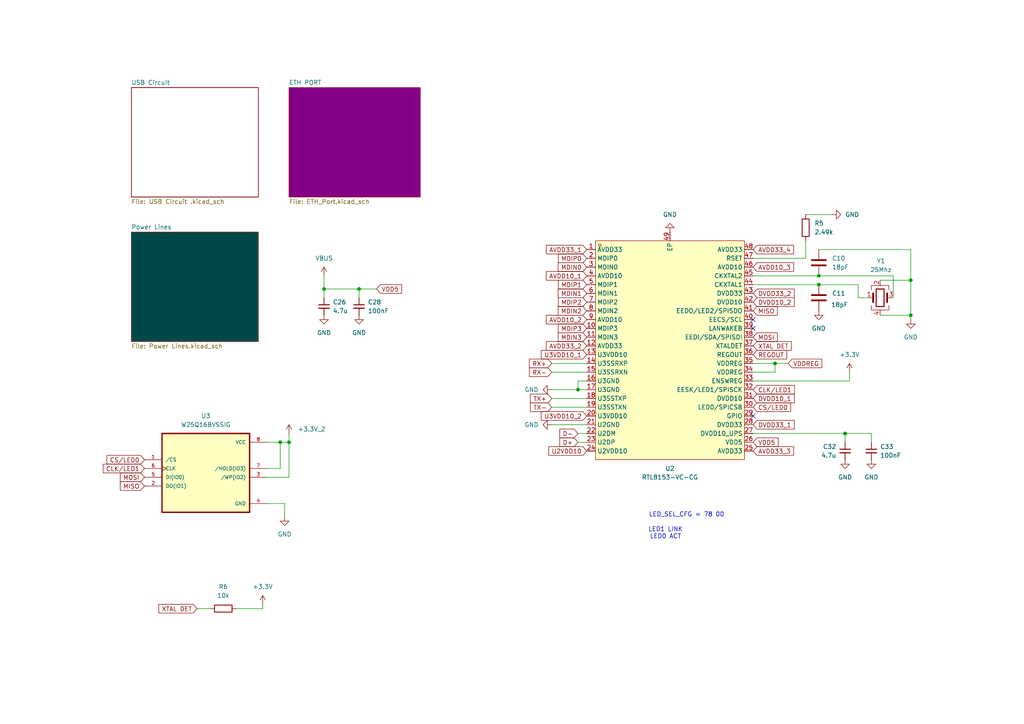
<source format=kicad_sch>
(kicad_sch (version 20250114) (generator "eeschema") (generator_version "9.0")
  (paper "A4")
  (lib_symbols
    (symbol "Device:C" (pin_numbers (hide yes)) (pin_names (offset 0.254))
      (property "Reference" "C" (at 0.635 2.54 0))
      (property "Value" "C" (at 0.635 -2.54 0))
      (symbol "C_0_1"
        (polyline (pts (xy -2.032 0.762) (xy 2.032 0.762)) (stroke (width 0.508)))
        (polyline (pts (xy -2.032 -0.762) (xy 2.032 -0.762)) (stroke (width 0.508)))
      )
      (symbol "C_1_1"
        (pin passive line (at 0 3.81 270) (length 2.794) (name "~") (number "1"))
        (pin passive line (at 0 -3.81 90) (length 2.794) (name "~") (number "2"))
      )
    )
    (symbol "Device:C_Small" (pin_numbers (hide yes)) (pin_names (offset 0.254) (hide yes))
      (property "Reference" "C" (at 0.254 1.778 0))
      (property "Value" "C_Small" (at 0.254 -2.032 0))
      (symbol "C_Small_0_1"
        (polyline (pts (xy -1.524 0.508) (xy 1.524 0.508)) (stroke (width 0.3048)))
        (polyline (pts (xy -1.524 -0.508) (xy 1.524 -0.508)) (stroke (width 0.3302)))
      )
      (symbol "C_Small_1_1"
        (pin passive line (at 0 2.54 270) (length 2.032) (name "~") (number "1"))
        (pin passive line (at 0 -2.54 90) (length 2.032) (name "~") (number "2"))
      )
    )
    (symbol "Device:Crystal_GND24" (pin_names (offset 1.016) (hide yes))
      (property "Reference" "Y" (at 3.175 5.08 0))
      (property "Value" "Crystal_GND24" (at 3.175 3.175 0))
      (symbol "Crystal_GND24_0_1"
        (polyline (pts (xy -2.54 2.286) (xy -2.54 3.556) (xy 2.54 3.556) (xy 2.54 2.286)))
        (polyline (pts (xy -2.54 0) (xy -2.032 0)))
        (polyline (pts (xy -2.54 -2.286) (xy -2.54 -3.556) (xy 2.54 -3.556) (xy 2.54 -2.286)))
        (polyline (pts (xy -2.032 -1.27) (xy -2.032 1.27)) (stroke (width 0.508)))
        (rectangle (start -1.143 2.54) (end 1.143 -2.54) (stroke (width 0.3048)))
        (polyline (pts (xy 0 3.556) (xy 0 3.81)))
        (polyline (pts (xy 0 -3.81) (xy 0 -3.556)))
        (polyline (pts (xy 2.032 0) (xy 2.54 0)))
        (polyline (pts (xy 2.032 -1.27) (xy 2.032 1.27)) (stroke (width 0.508)))
      )
      (symbol "Crystal_GND24_1_1"
        (pin passive line (at -3.81 0 0) (length 1.27) (name "1") (number "1"))
        (pin passive line (at 0 5.08 270) (length 1.27) (name "2") (number "2"))
        (pin passive line (at 0 -5.08 90) (length 1.27) (name "4") (number "4"))
        (pin passive line (at 3.81 0 180) (length 1.27) (name "3") (number "3"))
      )
    )
    (symbol "Device:R" (pin_numbers (hide yes)) (pin_names (offset 0))
      (property "Reference" "R" (at 2.032 0 90))
      (property "Value" "R" (at 0 0 90))
      (symbol "R_0_1"
        (rectangle (start -1.016 -2.54) (end 1.016 2.54) (stroke (width 0.254)))
      )
      (symbol "R_1_1"
        (pin passive line (at 0 3.81 270) (length 1.27) (name "~") (number "1"))
        (pin passive line (at 0 -3.81 90) (length 1.27) (name "~") (number "2"))
      )
    )
    (symbol "W25Q16BV:W25Q16BVSSIG" (pin_names (offset 1.016))
      (property "Reference" "U" (at -12.722 13.7233 0))
      (property "Value" "W25Q16BVSSIG" (at -12.7397 -14.208 0))
      (symbol "W25Q16BVSSIG_0_0"
        (rectangle (start -12.7 -10.16) (end 12.7 12.7) (stroke (width 0.41)) (fill (type background)))
        (pin input line (at -17.78 5.08 0) (length 5.08) (name "/CS") (number "1"))
        (pin input clock (at -17.78 2.54 0) (length 5.08) (name "CLK") (number "6"))
        (pin bidirectional line (at -17.78 0 0) (length 5.08) (name "DI(IO0)") (number "5"))
        (pin bidirectional line (at -17.78 -2.54 0) (length 5.08) (name "DO(IO1)") (number "2"))
        (pin power_in line (at 17.78 10.16 180) (length 5.08) (name "VCC") (number "8"))
        (pin bidirectional line (at 17.78 2.54 180) (length 5.08) (name "/HOLD(IO3)") (number "7"))
        (pin bidirectional line (at 17.78 0 180) (length 5.08) (name "/WP(IO2)") (number "3"))
        (pin power_in line (at 17.78 -7.62 180) (length 5.08) (name "GND") (number "4"))
      )
    )
    (symbol "da:RTL8153-VC-CG"
      (property "Reference" "U" (at 0 39.37 0))
      (property "Value" "RTL8153-VC-CG" (at 0 -34.29 0))
      (symbol "RTL8153-VC-CG_0_1"
        (rectangle (start -21.59 31.75) (end 21.59 -31.75) (fill (type background)))
        (circle (center -20.32 30.48) (radius 0.38))
        (pin unspecified line (at -24.13 29.21 0) (length 2.54) (name "AVDD33") (number "1"))
        (pin unspecified line (at -24.13 26.67 0) (length 2.54) (name "MDIP0") (number "2"))
        (pin unspecified line (at -24.13 24.13 0) (length 2.54) (name "MDIN0") (number "3"))
        (pin unspecified line (at -24.13 21.59 0) (length 2.54) (name "AVDD10") (number "4"))
        (pin unspecified line (at -24.13 19.05 0) (length 2.54) (name "MDIP1") (number "5"))
        (pin unspecified line (at -24.13 16.51 0) (length 2.54) (name "MDIN1") (number "6"))
        (pin unspecified line (at -24.13 13.97 0) (length 2.54) (name "MDIP2") (number "7"))
        (pin unspecified line (at -24.13 11.43 0) (length 2.54) (name "MDIN2") (number "8"))
        (pin unspecified line (at -24.13 8.89 0) (length 2.54) (name "AVDD10") (number "9"))
        (pin unspecified line (at -24.13 6.35 0) (length 2.54) (name "MDIP3") (number "10"))
        (pin unspecified line (at -24.13 3.81 0) (length 2.54) (name "MDIN3") (number "11"))
        (pin unspecified line (at -24.13 1.27 0) (length 2.54) (name "AVDD33") (number "12"))
        (pin unspecified line (at -24.13 -1.27 0) (length 2.54) (name "U3VDD10") (number "13"))
        (pin unspecified line (at -24.13 -3.81 0) (length 2.54) (name "U3SSRXP") (number "14"))
        (pin unspecified line (at -24.13 -6.35 0) (length 2.54) (name "U3SSRXN") (number "15"))
        (pin unspecified line (at -24.13 -8.89 0) (length 2.54) (name "U3GND") (number "16"))
        (pin unspecified line (at -24.13 -11.43 0) (length 2.54) (name "U3GND") (number "17"))
        (pin unspecified line (at -24.13 -13.97 0) (length 2.54) (name "U3SSTXP") (number "18"))
        (pin unspecified line (at -24.13 -16.51 0) (length 2.54) (name "U3SSTXN") (number "19"))
        (pin unspecified line (at -24.13 -19.05 0) (length 2.54) (name "U3VDD10") (number "20"))
        (pin unspecified line (at -24.13 -21.59 0) (length 2.54) (name "U2GND") (number "21"))
        (pin unspecified line (at -24.13 -24.13 0) (length 2.54) (name "U2DM") (number "22"))
        (pin unspecified line (at -24.13 -26.67 0) (length 2.54) (name "U2DP") (number "23"))
        (pin unspecified line (at -24.13 -29.21 0) (length 2.54) (name "U2VDD10") (number "24"))
        (pin unspecified line (at 0 34.29 270) (length 2.54) (name "EP") (number "49"))
        (pin unspecified line (at 24.13 29.21 180) (length 2.54) (name "AVDD33") (number "48"))
        (pin unspecified line (at 24.13 26.67 180) (length 2.54) (name "RSET") (number "47"))
        (pin unspecified line (at 24.13 24.13 180) (length 2.54) (name "AVDD10") (number "46"))
        (pin unspecified line (at 24.13 21.59 180) (length 2.54) (name "CKXTAL2") (number "45"))
        (pin unspecified line (at 24.13 19.05 180) (length 2.54) (name "CKXTAL1") (number "44"))
        (pin unspecified line (at 24.13 16.51 180) (length 2.54) (name "DVDD33") (number "43"))
        (pin unspecified line (at 24.13 13.97 180) (length 2.54) (name "DVDD10") (number "42"))
        (pin unspecified line (at 24.13 11.43 180) (length 2.54) (name "EEDO/LED2/SPISDO") (number "41"))
        (pin unspecified line (at 24.13 8.89 180) (length 2.54) (name "EECS/SCL") (number "40"))
        (pin unspecified line (at 24.13 6.35 180) (length 2.54) (name "LANWAKEB") (number "39"))
        (pin unspecified line (at 24.13 3.81 180) (length 2.54) (name "EEDI/SDA/SPISDI") (number "38"))
        (pin unspecified line (at 24.13 1.27 180) (length 2.54) (name "XTALDET") (number "37"))
        (pin unspecified line (at 24.13 -1.27 180) (length 2.54) (name "REGOUT") (number "36"))
        (pin unspecified line (at 24.13 -3.81 180) (length 2.54) (name "VDDREG") (number "35"))
        (pin unspecified line (at 24.13 -6.35 180) (length 2.54) (name "VDDREG") (number "34"))
        (pin unspecified line (at 24.13 -8.89 180) (length 2.54) (name "ENSWREG") (number "33"))
        (pin unspecified line (at 24.13 -11.43 180) (length 2.54) (name "EESK/LED1/SPISCK") (number "32"))
        (pin unspecified line (at 24.13 -13.97 180) (length 2.54) (name "DVDD10") (number "31"))
        (pin unspecified line (at 24.13 -16.51 180) (length 2.54) (name "LED0/SPICSB") (number "30"))
        (pin unspecified line (at 24.13 -19.05 180) (length 2.54) (name "GPIO") (number "29"))
        (pin unspecified line (at 24.13 -21.59 180) (length 2.54) (name "DVDD33") (number "28"))
        (pin unspecified line (at 24.13 -24.13 180) (length 2.54) (name "DVDD10_UPS") (number "27"))
        (pin unspecified line (at 24.13 -26.67 180) (length 2.54) (name "VDD5") (number "26"))
        (pin unspecified line (at 24.13 -29.21 180) (length 2.54) (name "AVDD33") (number "25"))
      )
    )
    (symbol "power:+3.3V" (power) (pin_numbers (hide yes)) (pin_names (offset 0) (hide yes))
      (property "Value" "+3.3V" (at 0 3.556 0))
      (symbol "+3.3V_0_1"
        (polyline (pts (xy -0.762 1.27) (xy 0 2.54)))
        (polyline (pts (xy 0 2.54) (xy 0.762 1.27)))
        (polyline (pts (xy 0 0) (xy 0 2.54)))
      )
      (symbol "+3.3V_1_1"
        (pin power_in line (at 0 0 90) (length 0) (name "~") (number "1"))
      )
    )
    (symbol "power:GND" (power) (pin_numbers (hide yes)) (pin_names (offset 0) (hide yes))
      (property "Value" "GND" (at 0 -3.81 0))
      (symbol "GND_0_1"
        (polyline (pts (xy 0 0) (xy 0 -1.27) (xy 1.27 -1.27) (xy 0 -2.54) (xy -1.27 -1.27) (xy 0 -1.27)))
      )
      (symbol "GND_1_1"
        (pin power_in line (at 0 0 270) (length 0) (name "~") (number "1"))
      )
    )
    (symbol "power:VBUS" (power) (pin_numbers (hide yes)) (pin_names (offset 0) (hide yes))
      (property "Value" "VBUS" (at 0 3.556 0))
      (symbol "VBUS_0_1"
        (polyline (pts (xy -0.762 1.27) (xy 0 2.54)))
        (polyline (pts (xy 0 2.54) (xy 0.762 1.27)))
        (polyline (pts (xy 0 0) (xy 0 2.54)))
      )
      (symbol "VBUS_1_1"
        (pin power_in line (at 0 0 90) (length 0) (name "~") (number "1"))
      )
    )
  )
  (text "LED_SEL_CFG = 78 00 " (at 199.644 149.352 0) (effects (font (size 1.27 1.27))))
  (text "LED1 LINK\nLED0 ACT" (at 193.04 154.686 0) (effects (font (size 1.27 1.27))))
  (junction (at 237.49 80.01))
  (junction (at 93.98 83.82))
  (junction (at 167.64 113.03))
  (junction (at 224.79 105.41))
  (junction (at 81.28 128.27))
  (junction (at 104.14 83.82))
  (junction (at 264.16 91.44))
  (junction (at 245.11 125.73))
  (junction (at 83.82 128.27))
  (junction (at 264.16 81.28))
  (junction (at 237.49 82.55))
  (no_connect (at 218.44 95.25))
  (no_connect (at 218.44 120.65))
  (no_connect (at 218.44 92.71))
  (wire (pts (xy 248.92 86.36) (xy 248.92 82.55)))
  (wire (pts (xy 218.44 110.49) (xy 246.38 110.49)))
  (wire (pts (xy 109.22 83.82) (xy 104.14 83.82)))
  (wire (pts (xy 81.28 128.27) (xy 83.82 128.27)))
  (wire (pts (xy 93.98 83.82) (xy 104.14 83.82)))
  (wire (pts (xy 248.92 86.36) (xy 251.46 86.36)))
  (wire (pts (xy 252.73 125.73) (xy 252.73 128.27)))
  (wire (pts (xy 264.16 72.39) (xy 264.16 81.28)))
  (wire (pts (xy 218.44 125.73) (xy 245.11 125.73)))
  (wire (pts (xy 77.47 128.27) (xy 81.28 128.27)))
  (wire (pts (xy 224.79 107.95) (xy 224.79 105.41)))
  (wire (pts (xy 255.27 81.28) (xy 264.16 81.28)))
  (wire (pts (xy 83.82 138.43) (xy 83.82 128.27)))
  (wire (pts (xy 160.02 123.19) (xy 170.18 123.19)))
  (wire (pts (xy 233.68 74.93) (xy 233.68 69.85)))
  (wire (pts (xy 160.02 105.41) (xy 170.18 105.41)))
  (wire (pts (xy 224.79 105.41) (xy 228.6 105.41)))
  (wire (pts (xy 167.64 113.03) (xy 170.18 113.03)))
  (wire (pts (xy 170.18 110.49) (xy 167.64 110.49)))
  (wire (pts (xy 233.68 62.23) (xy 241.3 62.23)))
  (wire (pts (xy 264.16 91.44) (xy 264.16 92.71)))
  (wire (pts (xy 83.82 128.27) (xy 83.82 125.73)))
  (wire (pts (xy 245.11 125.73) (xy 245.11 128.27)))
  (wire (pts (xy 160.02 107.95) (xy 170.18 107.95)))
  (wire (pts (xy 77.47 146.05) (xy 82.55 146.05)))
  (wire (pts (xy 255.27 91.44) (xy 264.16 91.44)))
  (wire (pts (xy 245.11 125.73) (xy 252.73 125.73)))
  (wire (pts (xy 160.02 113.03) (xy 167.64 113.03)))
  (wire (pts (xy 218.44 80.01) (xy 237.49 80.01)))
  (wire (pts (xy 77.47 135.89) (xy 81.28 135.89)))
  (wire (pts (xy 81.28 135.89) (xy 81.28 128.27)))
  (wire (pts (xy 237.49 80.01) (xy 259.08 80.01)))
  (wire (pts (xy 60.96 176.53) (xy 57.15 176.53)))
  (wire (pts (xy 93.98 80.01) (xy 93.98 83.82)))
  (wire (pts (xy 77.47 138.43) (xy 83.82 138.43)))
  (wire (pts (xy 237.49 82.55) (xy 248.92 82.55)))
  (wire (pts (xy 160.02 118.11) (xy 170.18 118.11)))
  (wire (pts (xy 167.64 110.49) (xy 167.64 113.03)))
  (wire (pts (xy 167.64 128.27) (xy 170.18 128.27)))
  (wire (pts (xy 167.64 125.73) (xy 170.18 125.73)))
  (wire (pts (xy 218.44 74.93) (xy 233.68 74.93)))
  (wire (pts (xy 76.2 175.26) (xy 76.2 176.53)))
  (wire (pts (xy 218.44 105.41) (xy 224.79 105.41)))
  (wire (pts (xy 264.16 81.28) (xy 264.16 91.44)))
  (wire (pts (xy 246.38 110.49) (xy 246.38 107.95)))
  (wire (pts (xy 237.49 72.39) (xy 264.16 72.39)))
  (wire (pts (xy 82.55 146.05) (xy 82.55 149.86)))
  (wire (pts (xy 104.14 83.82) (xy 104.14 86.36)))
  (wire (pts (xy 160.02 115.57) (xy 170.18 115.57)))
  (wire (pts (xy 259.08 80.01) (xy 259.08 86.36)))
  (wire (pts (xy 218.44 107.95) (xy 224.79 107.95)))
  (wire (pts (xy 76.2 176.53) (xy 68.58 176.53)))
  (wire (pts (xy 218.44 82.55) (xy 237.49 82.55)))
  (wire (pts (xy 93.98 83.82) (xy 93.98 86.36)))
  (global_label "DVDD10_2" (shape input) (at 218.44 87.63 0) (property "Intersheetrefs" "${INTERSHEET_REFS}" (effects (hide yes))))
  (global_label "CS{slash}LED0" (shape input) (at 218.44 118.11 0) (property "Intersheetrefs" "${INTERSHEET_REFS}" (effects (hide yes))))
  (global_label "AVDD33_3" (shape input) (at 218.44 130.81 0) (property "Intersheetrefs" "${INTERSHEET_REFS}" (effects (hide yes))))
  (global_label "MDIP3" (shape input) (at 170.18 95.25 180) (property "Intersheetrefs" "${INTERSHEET_REFS}" (effects (hide yes))))
  (global_label "D+" (shape input) (at 167.64 128.27 180) (property "Intersheetrefs" "${INTERSHEET_REFS}" (effects (hide yes))))
  (global_label "TX+" (shape input) (at 160.02 115.57 180) (property "Intersheetrefs" "${INTERSHEET_REFS}" (effects (hide yes))))
  (global_label "MISO" (shape input) (at 218.44 90.17 0) (property "Intersheetrefs" "${INTERSHEET_REFS}" (effects (hide yes))))
  (global_label "MDIP2" (shape input) (at 170.18 87.63 180) (property "Intersheetrefs" "${INTERSHEET_REFS}" (effects (hide yes))))
  (global_label "VDD5" (shape input) (at 109.22 83.82 0) (property "Intersheetrefs" "${INTERSHEET_REFS}" (effects (hide yes))))
  (global_label "RX-" (shape input) (at 160.02 107.95 180) (property "Intersheetrefs" "${INTERSHEET_REFS}" (effects (hide yes))))
  (global_label "MDIN1" (shape input) (at 170.18 85.09 180) (property "Intersheetrefs" "${INTERSHEET_REFS}" (effects (hide yes))))
  (global_label "CLK{slash}LED1" (shape input) (at 41.91 135.89 180) (property "Intersheetrefs" "${INTERSHEET_REFS}" (effects (hide yes))))
  (global_label "AVDD33_2" (shape input) (at 170.18 100.33 180) (property "Intersheetrefs" "${INTERSHEET_REFS}" (effects (hide yes))))
  (global_label "MDIN0" (shape input) (at 170.18 77.47 180) (property "Intersheetrefs" "${INTERSHEET_REFS}" (effects (hide yes))))
  (global_label "U2VDD10" (shape input) (at 170.18 130.81 180) (property "Intersheetrefs" "${INTERSHEET_REFS}" (effects (hide yes))))
  (global_label "MOSI" (shape input) (at 218.44 97.79 0) (property "Intersheetrefs" "${INTERSHEET_REFS}" (effects (hide yes))))
  (global_label "MDIP1" (shape input) (at 170.18 82.55 180) (property "Intersheetrefs" "${INTERSHEET_REFS}" (effects (hide yes))))
  (global_label "AVDD10_2" (shape input) (at 170.18 92.71 180) (property "Intersheetrefs" "${INTERSHEET_REFS}" (effects (hide yes))))
  (global_label "CS{slash}LED0" (shape input) (at 41.91 133.35 180) (property "Intersheetrefs" "${INTERSHEET_REFS}" (effects (hide yes))))
  (global_label "D-" (shape input) (at 167.64 125.73 180) (property "Intersheetrefs" "${INTERSHEET_REFS}" (effects (hide yes))))
  (global_label "AVDD10_1" (shape input) (at 170.18 80.01 180) (property "Intersheetrefs" "${INTERSHEET_REFS}" (effects (hide yes))))
  (global_label "XTAL DET" (shape input) (at 218.44 100.33 0) (property "Intersheetrefs" "${INTERSHEET_REFS}" (effects (hide yes))))
  (global_label "AVDD33_1" (shape input) (at 170.18 72.39 180) (property "Intersheetrefs" "${INTERSHEET_REFS}" (effects (hide yes))))
  (global_label "U3VDD10_2" (shape input) (at 170.18 120.65 180) (property "Intersheetrefs" "${INTERSHEET_REFS}" (effects (hide yes))))
  (global_label "MDIN2" (shape input) (at 170.18 90.17 180) (property "Intersheetrefs" "${INTERSHEET_REFS}" (effects (hide yes))))
  (global_label "U3VDD10_1" (shape input) (at 170.18 102.87 180) (property "Intersheetrefs" "${INTERSHEET_REFS}" (effects (hide yes))))
  (global_label "MDIN3" (shape input) (at 170.18 97.79 180) (property "Intersheetrefs" "${INTERSHEET_REFS}" (effects (hide yes))))
  (global_label "VDD5" (shape input) (at 218.44 128.27 0) (property "Intersheetrefs" "${INTERSHEET_REFS}" (effects (hide yes))))
  (global_label "DVDD33_1" (shape input) (at 218.44 123.19 0) (property "Intersheetrefs" "${INTERSHEET_REFS}" (effects (hide yes))))
  (global_label "CLK{slash}LED1" (shape input) (at 218.44 113.03 0) (property "Intersheetrefs" "${INTERSHEET_REFS}" (effects (hide yes))))
  (global_label "RX+" (shape input) (at 160.02 105.41 180) (property "Intersheetrefs" "${INTERSHEET_REFS}" (effects (hide yes))))
  (global_label "AVDD10_3" (shape input) (at 218.44 77.47 0) (property "Intersheetrefs" "${INTERSHEET_REFS}" (effects (hide yes))))
  (global_label "DVDD10_1" (shape input) (at 218.44 115.57 0) (property "Intersheetrefs" "${INTERSHEET_REFS}" (effects (hide yes))))
  (global_label "VDDREG" (shape input) (at 228.6 105.41 0) (property "Intersheetrefs" "${INTERSHEET_REFS}" (effects (hide yes))))
  (global_label "XTAL DET" (shape input) (at 57.15 176.53 180) (property "Intersheetrefs" "${INTERSHEET_REFS}" (effects (hide yes))))
  (global_label "MISO" (shape input) (at 41.91 140.97 180) (property "Intersheetrefs" "${INTERSHEET_REFS}" (effects (hide yes))))
  (global_label "REGOUT" (shape input) (at 218.44 102.87 0) (property "Intersheetrefs" "${INTERSHEET_REFS}" (effects (hide yes))))
  (global_label "TX-" (shape input) (at 160.02 118.11 180) (property "Intersheetrefs" "${INTERSHEET_REFS}" (effects (hide yes))))
  (global_label "DVDD33_2" (shape input) (at 218.44 85.09 0) (property "Intersheetrefs" "${INTERSHEET_REFS}" (effects (hide yes))))
  (global_label "MDIP0" (shape input) (at 170.18 74.93 180) (property "Intersheetrefs" "${INTERSHEET_REFS}" (effects (hide yes))))
  (global_label "AVDD33_4" (shape input) (at 218.44 72.39 0) (property "Intersheetrefs" "${INTERSHEET_REFS}" (effects (hide yes))))
  (global_label "MOSI" (shape input) (at 41.91 138.43 180) (property "Intersheetrefs" "${INTERSHEET_REFS}" (effects (hide yes))))
  (symbol (lib_id "power:GND") (at 252.73 133.35 0) (unit 1)
    (property "Reference" "#PWR053" (effects (hide yes)))
    (property "Value" "GND" (at 252.73 138.43 0))
    (property "Description" "Power symbol creates a global label with name \"GND\" , ground" (effects (hide yes)))
  )
  (symbol (lib_id "power:GND") (at 104.14 91.44 0) (unit 1)
    (property "Reference" "#PWR045" (effects (hide yes)))
    (property "Value" "GND" (at 104.14 96.52 0))
    (property "Description" "Power symbol creates a global label with name \"GND\" , ground" (effects (hide yes)))
  )
  (symbol (lib_id "power:GND") (at 241.3 62.23 90) (unit 1)
    (property "Reference" "#PWR055" (effects (hide yes)))
    (property "Value" "GND" (at 245.11 62.2299 90) (effects (justify right)))
    (property "Description" "Power symbol creates a global label with name \"GND\" , ground" (effects (hide yes)))
  )
  (symbol (lib_id "power:GND") (at 93.98 91.44 0) (mirror y) (unit 1)
    (property "Reference" "#PWR044" (effects (hide yes)))
    (property "Value" "GND" (at 93.98 96.52 0))
    (property "Description" "Power symbol creates a global label with name \"GND\" , ground" (effects (hide yes)))
  )
  (symbol (lib_id "power:GND") (at 160.02 113.03 270) (unit 1)
    (property "Reference" "#PWR011" (effects (hide yes)))
    (property "Value" "GND" (at 156.21 113.0299 90) (effects (justify right)))
    (property "Description" "Power symbol creates a global label with name \"GND\" , ground" (effects (hide yes)))
  )
  (symbol (lib_id "power:VBUS") (at 93.98 80.01 0) (unit 1)
    (property "Reference" "#PWR043" (effects (hide yes)))
    (property "Value" "VBUS" (at 93.98 74.93 0))
    (property "Description" "Power symbol creates a global label with name \"VBUS\"" (effects (hide yes)))
  )
  (symbol (lib_id "power:GND") (at 160.02 123.19 270) (unit 1)
    (property "Reference" "#PWR010" (effects (hide yes)))
    (property "Value" "GND" (at 156.21 123.1899 90) (effects (justify right)))
    (property "Description" "Power symbol creates a global label with name \"GND\" , ground" (effects (hide yes)))
  )
  (symbol (lib_id "Device:C") (at 237.49 86.36 0) (unit 1)
    (property "Reference" "C11" (at 241.3 85.0899 0) (effects (justify left)))
    (property "Value" "18pF" (at 241.046 88.392 0) (effects (justify left)))
    (property "Footprint" "Capacitor_SMD:C_0402_1005Metric" (effects (hide yes)))
    (property "Description" "Unpolarized capacitor" (effects (hide yes)))
  )
  (symbol (lib_id "Device:R") (at 233.68 66.04 0) (unit 1)
    (property "Reference" "R5" (at 236.22 64.7699 0) (effects (justify left)))
    (property "Value" "2.49k" (at 236.22 67.3099 0) (effects (justify left)))
    (property "Footprint" "Resistor_SMD:R_0402_1005Metric" (effects (hide yes)))
    (property "Description" "Resistor" (effects (hide yes)))
  )
  (symbol (lib_id "Device:C_Small") (at 93.98 88.9 0) (mirror y) (unit 1)
    (property "Reference" "C26" (at 96.52 87.6362 0) (effects (justify right)))
    (property "Value" "4.7u" (at 96.52 90.1762 0) (effects (justify right)))
    (property "Footprint" "Capacitor_SMD:C_0805_2012Metric" (effects (hide yes)))
    (property "Description" "Unpolarized capacitor, small symbol" (effects (hide yes)))
  )
  (symbol (lib_id "da:RTL8153-VC-CG") (at 194.31 101.6 0) (unit 1)
    (property "Reference" "U2" (at 194.31 135.89 0))
    (property "Value" "RTL8153-VC-CG" (at 194.31 138.43 0))
    (property "Footprint" "da:QFN-48_L6.0-W6.0-P0.40-TL-EP4.4" (effects (hide yes)))
    (property "LCSC Part" "C2764167" (effects (hide yes)))
  )
  (symbol (lib_id "Device:R") (at 64.77 176.53 270) (unit 1)
    (property "Reference" "R6" (at 64.77 170.18 90))
    (property "Value" "10k" (at 64.77 172.72 90))
    (property "Footprint" "Resistor_SMD:R_0402_1005Metric" (effects (hide yes)))
    (property "Description" "Resistor" (effects (hide yes)))
  )
  (symbol (lib_id "W25Q16BV:W25Q16BVSSIG") (at 59.69 138.43 0) (unit 1)
    (property "Reference" "U3" (at 59.69 120.65 0))
    (property "Value" "W25Q16BVSSIG" (at 59.69 123.19 0))
    (property "Footprint" "da:SOIC-8_L5.3-W5.3-P1.27-LS8.0-BL" (effects (hide yes)))
    (property "MF" "Winbond" (effects (hide yes)))
    (property "Description_1" "\n                        \n                            FLASH - NOR Memory IC 16Mb (2M x 8) SPI - Quad I/O 104 MHz 8-SOIC\n                        \n" (effects (hide yes)))
    (property "Package" "SOIC-8 Winbond" (effects (hide yes)))
    (property "Price" "None" (effects (hide yes)))
    (property "STANDARD" "IPC-7351B" (effects (hide yes)))
    (property "PARTREV" "F" (effects (hide yes)))
    (property "SnapEDA_Link" "https://www.snapeda.com/parts/W25Q16BVSSIG/Winbond/view-part/?ref=snap" (effects (hide yes)))
    (property "MP" "W25Q16BVSSIG" (effects (hide yes)))
    (property "Availability" "In Stock" (effects (hide yes)))
    (property "Check_prices" "https://www.snapeda.com/parts/W25Q16BVSSIG/Winbond/view-part/?ref=eda" (effects (hide yes)))
  )
  (symbol (lib_id "Device:C") (at 237.49 76.2 0) (unit 1)
    (property "Reference" "C10" (at 241.3 74.9299 0) (effects (justify left)))
    (property "Value" "18pF" (at 241.3 77.4699 0) (effects (justify left)))
    (property "Footprint" "Capacitor_SMD:C_0402_1005Metric" (effects (hide yes)))
    (property "Description" "Unpolarized capacitor" (effects (hide yes)))
  )
  (symbol (lib_id "Device:C_Small") (at 104.14 88.9 0) (unit 1)
    (property "Reference" "C28" (at 106.68 87.6362 0) (effects (justify left)))
    (property "Value" "100nF" (at 106.68 90.1762 0) (effects (justify left)))
    (property "Footprint" "Capacitor_SMD:C_0402_1005Metric" (effects (hide yes)))
    (property "Description" "Unpolarized capacitor, small symbol" (effects (hide yes)))
  )
  (symbol (lib_id "Device:C_Small") (at 245.11 130.81 0) (unit 1)
    (property "Reference" "C32" (at 242.57 129.5462 0) (effects (justify right)))
    (property "Value" "4.7u" (at 242.57 132.0862 0) (effects (justify right)))
    (property "Footprint" "Capacitor_SMD:C_0805_2012Metric" (effects (hide yes)))
    (property "Description" "Unpolarized capacitor, small symbol" (effects (hide yes)))
  )
  (symbol (lib_id "power:+3.3V") (at 246.38 107.95 0) (unit 1)
    (property "Reference" "#PWR054" (effects (hide yes)))
    (property "Value" "+3.3V" (at 246.38 102.87 0))
    (property "Description" "Power symbol creates a global label with name \"+3.3V\"" (effects (hide yes)))
  )
  (symbol (lib_id "power:GND") (at 264.16 92.71 0) (unit 1)
    (property "Reference" "#PWR015" (effects (hide yes)))
    (property "Value" "GND" (at 264.16 97.79 0))
    (property "Description" "Power symbol creates a global label with name \"GND\" , ground" (effects (hide yes)))
  )
  (symbol (lib_id "power:GND") (at 194.31 67.31 180) (unit 1)
    (property "Reference" "#PWR09" (effects (hide yes)))
    (property "Value" "GND" (at 194.31 62.23 0))
    (property "Description" "Power symbol creates a global label with name \"GND\" , ground" (effects (hide yes)))
  )
  (symbol (lib_id "Device:Crystal_GND24") (at 255.27 86.36 0) (unit 1)
    (property "Reference" "Y1" (at 255.524 75.692 0))
    (property "Value" "25Mhz" (at 255.524 78.232 0))
    (property "Footprint" "Crystal:Crystal_SMD_3225-4Pin_3.2x2.5mm" (effects (hide yes)))
    (property "Description" "Four pin crystal, GND on pins 2 and 4" (effects (hide yes)))
  )
  (symbol (lib_id "power:GND") (at 82.55 149.86 0) (unit 1)
    (property "Reference" "#PWR014" (effects (hide yes)))
    (property "Value" "GND" (at 82.55 154.94 0))
    (property "Description" "Power symbol creates a global label with name \"GND\" , ground" (effects (hide yes)))
  )
  (symbol (lib_id "power:GND") (at 245.11 133.35 0) (unit 1)
    (property "Reference" "#PWR052" (effects (hide yes)))
    (property "Value" "GND" (at 245.11 138.43 0))
    (property "Description" "Power symbol creates a global label with name \"GND\" , ground" (effects (hide yes)))
  )
  (symbol (lib_id "Device:C_Small") (at 252.73 130.81 0) (unit 1)
    (property "Reference" "C33" (at 255.27 129.5462 0) (effects (justify left)))
    (property "Value" "100nF" (at 255.27 132.0862 0) (effects (justify left)))
    (property "Footprint" "Capacitor_SMD:C_0402_1005Metric" (effects (hide yes)))
    (property "Description" "Unpolarized capacitor, small symbol" (effects (hide yes)))
  )
  (symbol (lib_id "power:GND") (at 237.49 90.17 0) (unit 1)
    (property "Reference" "#PWR016" (effects (hide yes)))
    (property "Value" "GND" (at 237.49 95.25 0))
    (property "Description" "Power symbol creates a global label with name \"GND\" , ground" (effects (hide yes)))
  )
  (symbol (lib_id "power:+3.3V") (at 83.82 125.73 0) (unit 1)
    (property "Reference" "#PWR013" (effects (hide yes)))
    (property "Value" "+3.3V_2" (at 86.36 124.4599 0) (effects (justify left)))
    (property "Description" "Power symbol creates a global label with name \"+3.3V\"" (effects (hide yes)))
  )
  (symbol (lib_id "power:+3.3V") (at 76.2 175.26 0) (unit 1)
    (property "Reference" "#PWR061" (effects (hide yes)))
    (property "Value" "+3.3V" (at 76.2 170.18 0))
    (property "Description" "Power symbol creates a global label with name \"+3.3V\"" (effects (hide yes)))
  )
  (sheet (at 38.1 67.31) (size 36.83 31.75) (stroke (width 0.1524)) (fill (color 0 72 72 1.0000))
    (property "Sheetname" "Power Lines" (at 38.1 66.5984 0) (effects (justify left bottom)))
    (property "Sheetfile" "Power Lines.kicad_sch" (at 38.1 99.6446 0) (effects (justify left top)))
  )
  (sheet (at 38.1 25.4) (size 36.83 31.75) (stroke (width 0.1524))
    (property "Sheetname" "USB Circuit " (at 38.1 24.6884 0) (effects (justify left bottom)))
    (property "Sheetfile" "USB Circuit .kicad_sch" (at 38.1 57.7346 0) (effects (justify left top)))
  )
  (sheet (at 83.82 25.4) (size 38.1 31.75) (stroke (width 0.1524)) (fill (color 132 0 132 1.0000))
    (property "Sheetname" "ETH PORT" (at 83.82 24.6884 0) (effects (justify left bottom)))
    (property "Sheetfile" "ETH_Port.kicad_sch" (at 83.82 57.7346 0) (effects (justify left top)))
  )
)
</source>
